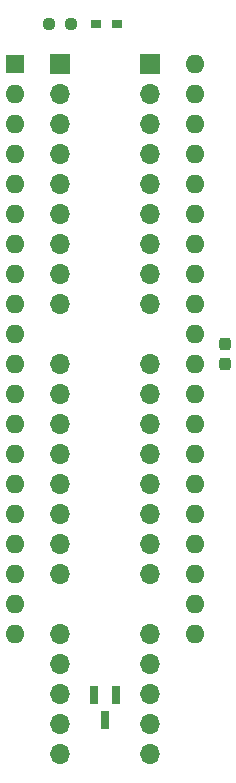
<source format=gbr>
G04 #@! TF.GenerationSoftware,KiCad,Pcbnew,8.0.8+dfsg-1*
G04 #@! TF.CreationDate,2025-06-05T15:25:50+09:00*
G04 #@! TF.ProjectId,bionic-tms32010,62696f6e-6963-42d7-946d-733332303130,2*
G04 #@! TF.SameCoordinates,Original*
G04 #@! TF.FileFunction,Soldermask,Top*
G04 #@! TF.FilePolarity,Negative*
%FSLAX46Y46*%
G04 Gerber Fmt 4.6, Leading zero omitted, Abs format (unit mm)*
G04 Created by KiCad (PCBNEW 8.0.8+dfsg-1) date 2025-06-05 15:25:50*
%MOMM*%
%LPD*%
G01*
G04 APERTURE LIST*
G04 Aperture macros list*
%AMRoundRect*
0 Rectangle with rounded corners*
0 $1 Rounding radius*
0 $2 $3 $4 $5 $6 $7 $8 $9 X,Y pos of 4 corners*
0 Add a 4 corners polygon primitive as box body*
4,1,4,$2,$3,$4,$5,$6,$7,$8,$9,$2,$3,0*
0 Add four circle primitives for the rounded corners*
1,1,$1+$1,$2,$3*
1,1,$1+$1,$4,$5*
1,1,$1+$1,$6,$7*
1,1,$1+$1,$8,$9*
0 Add four rect primitives between the rounded corners*
20,1,$1+$1,$2,$3,$4,$5,0*
20,1,$1+$1,$4,$5,$6,$7,0*
20,1,$1+$1,$6,$7,$8,$9,0*
20,1,$1+$1,$8,$9,$2,$3,0*%
G04 Aperture macros list end*
%ADD10RoundRect,0.237500X0.250000X0.237500X-0.250000X0.237500X-0.250000X-0.237500X0.250000X-0.237500X0*%
%ADD11R,0.660400X1.625600*%
%ADD12R,1.600000X1.600000*%
%ADD13O,1.600000X1.600000*%
%ADD14R,0.965200X0.762000*%
%ADD15O,1.700000X1.700000*%
%ADD16R,1.700000X1.700000*%
%ADD17RoundRect,0.237500X0.237500X-0.300000X0.237500X0.300000X-0.237500X0.300000X-0.237500X-0.300000X0*%
G04 APERTURE END LIST*
D10*
X110802500Y-71651000D03*
X108977500Y-71651000D03*
D11*
X114650001Y-128497000D03*
X112749999Y-128497000D03*
X113700000Y-130629000D03*
D12*
X106080000Y-75080000D03*
D13*
X106080000Y-77620000D03*
X106080000Y-80160000D03*
X106080000Y-82700000D03*
X106080000Y-85240000D03*
X106080000Y-87780000D03*
X106080000Y-90320000D03*
X106080000Y-92860000D03*
X106080000Y-95400000D03*
X106080000Y-97940000D03*
X106080000Y-100480000D03*
X106080000Y-103020000D03*
X106080000Y-105560000D03*
X106080000Y-108100000D03*
X106080000Y-110640000D03*
X106080000Y-113180000D03*
X106080000Y-115720000D03*
X106080000Y-118260000D03*
X106080000Y-120800000D03*
X106080000Y-123340000D03*
X121320000Y-123340000D03*
X121320000Y-120800000D03*
X121320000Y-118260000D03*
X121320000Y-115720000D03*
X121320000Y-113180000D03*
X121320000Y-110640000D03*
X121320000Y-108100000D03*
X121320000Y-105560000D03*
X121320000Y-103020000D03*
X121320000Y-100480000D03*
X121320000Y-97940000D03*
X121320000Y-95400000D03*
X121320000Y-92860000D03*
X121320000Y-90320000D03*
X121320000Y-87780000D03*
X121320000Y-85240000D03*
X121320000Y-82700000D03*
X121320000Y-80160000D03*
X121320000Y-77620000D03*
X121320000Y-75080000D03*
D14*
X112950700Y-71651000D03*
X114703300Y-71651000D03*
D15*
X117510000Y-133500000D03*
X117510000Y-130960000D03*
X117510000Y-128420000D03*
X117510000Y-125880000D03*
X117510000Y-123340000D03*
X117510000Y-118260000D03*
X117510000Y-115720000D03*
X117510000Y-113180000D03*
X117510000Y-110640000D03*
X117510000Y-108100000D03*
X117510000Y-105560000D03*
X117510000Y-103020000D03*
X117510000Y-100480000D03*
X117510000Y-95400000D03*
X117510000Y-92860000D03*
X117510000Y-90320000D03*
X117510000Y-87780000D03*
X117510000Y-85240000D03*
X117510000Y-82700000D03*
X117510000Y-80160000D03*
X117510000Y-77620000D03*
D16*
X117510000Y-75080000D03*
D17*
X123860000Y-100480000D03*
X123860000Y-98755000D03*
D16*
X109890000Y-75080000D03*
D15*
X109890000Y-77620000D03*
X109890000Y-80160000D03*
X109890000Y-82700000D03*
X109890000Y-85240000D03*
X109890000Y-87780000D03*
X109890000Y-90320000D03*
X109890000Y-92860000D03*
X109890000Y-95400000D03*
X109890000Y-100480000D03*
X109890000Y-103020000D03*
X109890000Y-105560000D03*
X109890000Y-108100000D03*
X109890000Y-110640000D03*
X109890000Y-113180000D03*
X109890000Y-115720000D03*
X109890000Y-118260000D03*
X109890000Y-123340000D03*
X109890000Y-125880000D03*
X109890000Y-128420000D03*
X109890000Y-130960000D03*
X109890000Y-133500000D03*
M02*

</source>
